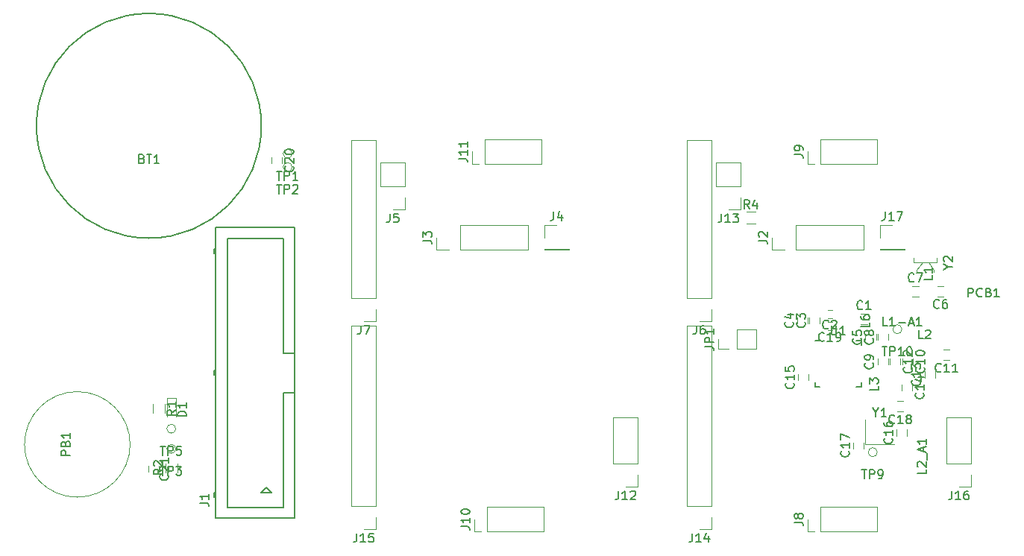
<source format=gbr>
G04 #@! TF.FileFunction,Legend,Top*
%FSLAX46Y46*%
G04 Gerber Fmt 4.6, Leading zero omitted, Abs format (unit mm)*
G04 Created by KiCad (PCBNEW 4.0.5) date 03/29/17 17:32:54*
%MOMM*%
%LPD*%
G01*
G04 APERTURE LIST*
%ADD10C,0.100000*%
%ADD11C,0.150000*%
%ADD12C,0.120000*%
%ADD13C,0.025400*%
G04 APERTURE END LIST*
D10*
D11*
X69151342Y-109093000D02*
G75*
G03X69151342Y-109093000I-12763342J0D01*
G01*
D12*
X123174000Y-134470000D02*
X125294000Y-134470000D01*
X125294000Y-134470000D02*
X125294000Y-132230000D01*
X125294000Y-132230000D02*
X123174000Y-132230000D01*
X123174000Y-132230000D02*
X123174000Y-134470000D01*
X122174000Y-134470000D02*
X121054000Y-134470000D01*
X121054000Y-134470000D02*
X121054000Y-133350000D01*
X143030500Y-138461000D02*
X143030500Y-139161000D01*
X141830500Y-139161000D02*
X141830500Y-138461000D01*
X137216400Y-130413200D02*
X137916400Y-130413200D01*
X137916400Y-131613200D02*
X137216400Y-131613200D01*
X131365700Y-131553700D02*
X131365700Y-130853700D01*
X132565700Y-130853700D02*
X132565700Y-131553700D01*
X130006800Y-131553700D02*
X130006800Y-130853700D01*
X131206800Y-130853700D02*
X131206800Y-131553700D01*
X139100000Y-133446000D02*
X139100000Y-132746000D01*
X140300000Y-132746000D02*
X140300000Y-133446000D01*
X139100000Y-136240000D02*
X139100000Y-135540000D01*
X140300000Y-135540000D02*
X140300000Y-136240000D01*
X143094000Y-135540000D02*
X143094000Y-136240000D01*
X141894000Y-136240000D02*
X141894000Y-135540000D01*
X147289000Y-135728000D02*
X146589000Y-135728000D01*
X146589000Y-134528000D02*
X147289000Y-134528000D01*
X141697000Y-135540000D02*
X141697000Y-136240000D01*
X140497000Y-136240000D02*
X140497000Y-135540000D01*
X144434000Y-137700500D02*
X144434000Y-137000500D01*
X145634000Y-137000500D02*
X145634000Y-137700500D01*
X130083000Y-138018000D02*
X130083000Y-137318000D01*
X131283000Y-137318000D02*
X131283000Y-138018000D01*
X141259000Y-144304500D02*
X141259000Y-143604500D01*
X142459000Y-143604500D02*
X142459000Y-144304500D01*
X136369500Y-145765000D02*
X136369500Y-145065000D01*
X137569500Y-145065000D02*
X137569500Y-145765000D01*
X142018500Y-141570000D02*
X141318500Y-141570000D01*
X141318500Y-140370000D02*
X142018500Y-140370000D01*
D11*
X137245000Y-133519000D02*
X137245000Y-134044000D01*
X131995000Y-138769000D02*
X131995000Y-138244000D01*
X137245000Y-138769000D02*
X137245000Y-138244000D01*
X131995000Y-133519000D02*
X132520000Y-133519000D01*
X131995000Y-138769000D02*
X132520000Y-138769000D01*
X137245000Y-138769000D02*
X136720000Y-138769000D01*
X137245000Y-133519000D02*
X136720000Y-133519000D01*
D13*
X59436000Y-145796000D02*
G75*
G03X59436000Y-145796000I-508000J0D01*
G01*
D12*
X57496000Y-147732000D02*
X57496000Y-148432000D01*
X56296000Y-148432000D02*
X56296000Y-147732000D01*
D11*
X72923000Y-153660000D02*
X63983000Y-153660000D01*
X63983000Y-153660000D02*
X63983000Y-120660000D01*
X63983000Y-120660000D02*
X72923000Y-120660000D01*
X72923000Y-120660000D02*
X72923000Y-153660000D01*
X72923000Y-139385000D02*
X71623000Y-139385000D01*
X71623000Y-139385000D02*
X71623000Y-152460000D01*
X71623000Y-152460000D02*
X65283000Y-152460000D01*
X65283000Y-152460000D02*
X65283000Y-121860000D01*
X65283000Y-121860000D02*
X71623000Y-121860000D01*
X71623000Y-121860000D02*
X71623000Y-134935000D01*
X71623000Y-134935000D02*
X72923000Y-134935000D01*
X63983000Y-137410000D02*
X63783000Y-137410000D01*
X63783000Y-137410000D02*
X63783000Y-136910000D01*
X63783000Y-136910000D02*
X63983000Y-136910000D01*
X63883000Y-137410000D02*
X63883000Y-136910000D01*
X63983000Y-123580000D02*
X63783000Y-123580000D01*
X63783000Y-123580000D02*
X63783000Y-123080000D01*
X63783000Y-123080000D02*
X63983000Y-123080000D01*
X63883000Y-123580000D02*
X63883000Y-123080000D01*
X63983000Y-151240000D02*
X63783000Y-151240000D01*
X63783000Y-151240000D02*
X63783000Y-150740000D01*
X63783000Y-150740000D02*
X63983000Y-150740000D01*
X63883000Y-151240000D02*
X63883000Y-150740000D01*
X70323000Y-150790000D02*
X69123000Y-150790000D01*
X69123000Y-150790000D02*
X69723000Y-150190000D01*
X69723000Y-150190000D02*
X70323000Y-150790000D01*
D12*
X132588000Y-155187000D02*
X139058000Y-155187000D01*
X139058000Y-155187000D02*
X139058000Y-152407000D01*
X139058000Y-152407000D02*
X132588000Y-152407000D01*
X132588000Y-152407000D02*
X132588000Y-155187000D01*
X131953000Y-155187000D02*
X131198000Y-155187000D01*
X131198000Y-155187000D02*
X131198000Y-153797000D01*
X132588000Y-113404000D02*
X139058000Y-113404000D01*
X139058000Y-113404000D02*
X139058000Y-110624000D01*
X139058000Y-110624000D02*
X132588000Y-110624000D01*
X132588000Y-110624000D02*
X132588000Y-113404000D01*
X131953000Y-113404000D02*
X131198000Y-113404000D01*
X131198000Y-113404000D02*
X131198000Y-112014000D01*
X94742000Y-155187000D02*
X101212000Y-155187000D01*
X101212000Y-155187000D02*
X101212000Y-152407000D01*
X101212000Y-152407000D02*
X94742000Y-152407000D01*
X94742000Y-152407000D02*
X94742000Y-155187000D01*
X94107000Y-155187000D02*
X93352000Y-155187000D01*
X93352000Y-155187000D02*
X93352000Y-153797000D01*
X94488000Y-113404000D02*
X100958000Y-113404000D01*
X100958000Y-113404000D02*
X100958000Y-110624000D01*
X100958000Y-110624000D02*
X94488000Y-110624000D01*
X94488000Y-110624000D02*
X94488000Y-113404000D01*
X93853000Y-113404000D02*
X93098000Y-113404000D01*
X93098000Y-113404000D02*
X93098000Y-112014000D01*
D13*
X72644000Y-112268000D02*
G75*
G03X72644000Y-112268000I-508000J0D01*
G01*
X72644000Y-113792000D02*
G75*
G03X72644000Y-113792000I-508000J0D01*
G01*
X141859000Y-132207000D02*
G75*
G03X141859000Y-132207000I-508000J0D01*
G01*
D12*
X137732500Y-142491000D02*
X137732500Y-145291000D01*
X137732500Y-145291000D02*
X141032500Y-145291000D01*
X133430200Y-130924400D02*
X133930200Y-130924400D01*
X133930200Y-129984400D02*
X133430200Y-129984400D01*
X146615900Y-128476300D02*
X145915900Y-128476300D01*
X145915900Y-127276300D02*
X146615900Y-127276300D01*
X143058400Y-127276300D02*
X143758400Y-127276300D01*
X143758400Y-128476300D02*
X143058400Y-128476300D01*
X133430200Y-132321400D02*
X133930200Y-132321400D01*
X133930200Y-131381400D02*
X133430200Y-131381400D01*
X71466000Y-112680000D02*
X71466000Y-113380000D01*
X70266000Y-113380000D02*
X70266000Y-112680000D01*
X59428000Y-140051000D02*
X58428000Y-140051000D01*
X58428000Y-140051000D02*
X58428000Y-142151000D01*
X59428000Y-140051000D02*
X59428000Y-142151000D01*
D13*
X54254413Y-145288000D02*
G75*
G03X54254413Y-145288000I-5994413J0D01*
G01*
D12*
X56851000Y-141724000D02*
X56851000Y-140724000D01*
X58211000Y-140724000D02*
X58211000Y-141724000D01*
X59608000Y-147455000D02*
X59608000Y-148455000D01*
X58248000Y-148455000D02*
X58248000Y-147455000D01*
X125214000Y-120187000D02*
X124214000Y-120187000D01*
X124214000Y-118827000D02*
X125214000Y-118827000D01*
D13*
X139065000Y-146177000D02*
G75*
G03X139065000Y-146177000I-508000J0D01*
G01*
D12*
X145828500Y-124077700D02*
X145828500Y-124577700D01*
X145828500Y-124577700D02*
X143228500Y-124577700D01*
X143228500Y-124577700D02*
X143228500Y-124077700D01*
X144878500Y-124577700D02*
X145478500Y-125477700D01*
X145478500Y-125477700D02*
X145478500Y-125677700D01*
X144178500Y-124577700D02*
X143578500Y-125477700D01*
X143578500Y-125477700D02*
X143578500Y-125677700D01*
X137728400Y-133446000D02*
X137728400Y-132746000D01*
X138928400Y-132746000D02*
X138928400Y-133446000D01*
X129794000Y-123183000D02*
X137534000Y-123183000D01*
X137534000Y-123183000D02*
X137534000Y-120403000D01*
X137534000Y-120403000D02*
X129794000Y-120403000D01*
X129794000Y-120403000D02*
X129794000Y-123183000D01*
X128524000Y-123183000D02*
X127134000Y-123183000D01*
X127134000Y-123183000D02*
X127134000Y-121793000D01*
X91694000Y-123183000D02*
X99434000Y-123183000D01*
X99434000Y-123183000D02*
X99434000Y-120403000D01*
X99434000Y-120403000D02*
X91694000Y-120403000D01*
X91694000Y-120403000D02*
X91694000Y-123183000D01*
X90424000Y-123183000D02*
X89034000Y-123183000D01*
X89034000Y-123183000D02*
X89034000Y-121793000D01*
X101289500Y-123063000D02*
X101289500Y-123183000D01*
X101289500Y-123183000D02*
X104069500Y-123183000D01*
X104069500Y-123183000D02*
X104069500Y-123063000D01*
X104069500Y-123063000D02*
X101289500Y-123063000D01*
X101289500Y-121793000D02*
X101289500Y-120403000D01*
X101289500Y-120403000D02*
X102679500Y-120403000D01*
X85464000Y-115951000D02*
X85464000Y-113291000D01*
X85464000Y-113291000D02*
X82684000Y-113291000D01*
X82684000Y-113291000D02*
X82684000Y-115951000D01*
X82684000Y-115951000D02*
X85464000Y-115951000D01*
X85464000Y-117221000D02*
X85464000Y-118611000D01*
X85464000Y-118611000D02*
X84074000Y-118611000D01*
X120262000Y-128651000D02*
X120262000Y-110751000D01*
X120262000Y-110751000D02*
X117482000Y-110751000D01*
X117482000Y-110751000D02*
X117482000Y-128651000D01*
X117482000Y-128651000D02*
X120262000Y-128651000D01*
X120262000Y-129921000D02*
X120262000Y-131311000D01*
X120262000Y-131311000D02*
X118872000Y-131311000D01*
X82162000Y-128651000D02*
X82162000Y-110751000D01*
X82162000Y-110751000D02*
X79382000Y-110751000D01*
X79382000Y-110751000D02*
X79382000Y-128651000D01*
X79382000Y-128651000D02*
X82162000Y-128651000D01*
X82162000Y-129921000D02*
X82162000Y-131311000D01*
X82162000Y-131311000D02*
X80772000Y-131311000D01*
X111880000Y-147447000D02*
X111880000Y-142247000D01*
X111880000Y-142247000D02*
X109100000Y-142247000D01*
X109100000Y-142247000D02*
X109100000Y-147447000D01*
X109100000Y-147447000D02*
X111880000Y-147447000D01*
X111880000Y-148717000D02*
X111880000Y-150107000D01*
X111880000Y-150107000D02*
X110490000Y-150107000D01*
X123564000Y-115951000D02*
X123564000Y-113291000D01*
X123564000Y-113291000D02*
X120784000Y-113291000D01*
X120784000Y-113291000D02*
X120784000Y-115951000D01*
X120784000Y-115951000D02*
X123564000Y-115951000D01*
X123564000Y-117221000D02*
X123564000Y-118611000D01*
X123564000Y-118611000D02*
X122174000Y-118611000D01*
X120262000Y-152273000D02*
X120262000Y-131833000D01*
X120262000Y-131833000D02*
X117482000Y-131833000D01*
X117482000Y-131833000D02*
X117482000Y-152273000D01*
X117482000Y-152273000D02*
X120262000Y-152273000D01*
X120262000Y-153543000D02*
X120262000Y-154933000D01*
X120262000Y-154933000D02*
X118872000Y-154933000D01*
X82162000Y-152273000D02*
X82162000Y-131833000D01*
X82162000Y-131833000D02*
X79382000Y-131833000D01*
X79382000Y-131833000D02*
X79382000Y-152273000D01*
X79382000Y-152273000D02*
X82162000Y-152273000D01*
X82162000Y-153543000D02*
X82162000Y-154933000D01*
X82162000Y-154933000D02*
X80772000Y-154933000D01*
X149726000Y-147447000D02*
X149726000Y-142247000D01*
X149726000Y-142247000D02*
X146946000Y-142247000D01*
X146946000Y-142247000D02*
X146946000Y-147447000D01*
X146946000Y-147447000D02*
X149726000Y-147447000D01*
X149726000Y-148717000D02*
X149726000Y-150107000D01*
X149726000Y-150107000D02*
X148336000Y-150107000D01*
X139389500Y-123063000D02*
X139389500Y-123183000D01*
X139389500Y-123183000D02*
X142169500Y-123183000D01*
X142169500Y-123183000D02*
X142169500Y-123063000D01*
X142169500Y-123063000D02*
X139389500Y-123063000D01*
X139389500Y-121793000D02*
X139389500Y-120403000D01*
X139389500Y-120403000D02*
X140779500Y-120403000D01*
D13*
X59436000Y-143510000D02*
G75*
G03X59436000Y-143510000I-508000J0D01*
G01*
D11*
X55602286Y-112831571D02*
X55745143Y-112879190D01*
X55792762Y-112926810D01*
X55840381Y-113022048D01*
X55840381Y-113164905D01*
X55792762Y-113260143D01*
X55745143Y-113307762D01*
X55649905Y-113355381D01*
X55268952Y-113355381D01*
X55268952Y-112355381D01*
X55602286Y-112355381D01*
X55697524Y-112403000D01*
X55745143Y-112450619D01*
X55792762Y-112545857D01*
X55792762Y-112641095D01*
X55745143Y-112736333D01*
X55697524Y-112783952D01*
X55602286Y-112831571D01*
X55268952Y-112831571D01*
X56126095Y-112355381D02*
X56697524Y-112355381D01*
X56411809Y-113355381D02*
X56411809Y-112355381D01*
X57554667Y-113355381D02*
X56983238Y-113355381D01*
X57268952Y-113355381D02*
X57268952Y-112355381D01*
X57173714Y-112498238D01*
X57078476Y-112593476D01*
X56983238Y-112641095D01*
X119506381Y-134183333D02*
X120220667Y-134183333D01*
X120363524Y-134230953D01*
X120458762Y-134326191D01*
X120506381Y-134469048D01*
X120506381Y-134564286D01*
X120506381Y-133707143D02*
X119506381Y-133707143D01*
X119506381Y-133326190D01*
X119554000Y-133230952D01*
X119601619Y-133183333D01*
X119696857Y-133135714D01*
X119839714Y-133135714D01*
X119934952Y-133183333D01*
X119982571Y-133230952D01*
X120030190Y-133326190D01*
X120030190Y-133707143D01*
X120506381Y-132183333D02*
X120506381Y-132754762D01*
X120506381Y-132469048D02*
X119506381Y-132469048D01*
X119649238Y-132564286D01*
X119744476Y-132659524D01*
X119792095Y-132754762D01*
X144287643Y-139453857D02*
X144335262Y-139501476D01*
X144382881Y-139644333D01*
X144382881Y-139739571D01*
X144335262Y-139882429D01*
X144240024Y-139977667D01*
X144144786Y-140025286D01*
X143954310Y-140072905D01*
X143811452Y-140072905D01*
X143620976Y-140025286D01*
X143525738Y-139977667D01*
X143430500Y-139882429D01*
X143382881Y-139739571D01*
X143382881Y-139644333D01*
X143430500Y-139501476D01*
X143478119Y-139453857D01*
X144382881Y-138501476D02*
X144382881Y-139072905D01*
X144382881Y-138787191D02*
X143382881Y-138787191D01*
X143525738Y-138882429D01*
X143620976Y-138977667D01*
X143668595Y-139072905D01*
X143716214Y-137644333D02*
X144382881Y-137644333D01*
X143335262Y-137882429D02*
X144049548Y-138120524D01*
X144049548Y-137501476D01*
X137399734Y-129870343D02*
X137352115Y-129917962D01*
X137209258Y-129965581D01*
X137114020Y-129965581D01*
X136971162Y-129917962D01*
X136875924Y-129822724D01*
X136828305Y-129727486D01*
X136780686Y-129537010D01*
X136780686Y-129394152D01*
X136828305Y-129203676D01*
X136875924Y-129108438D01*
X136971162Y-129013200D01*
X137114020Y-128965581D01*
X137209258Y-128965581D01*
X137352115Y-129013200D01*
X137399734Y-129060819D01*
X138352115Y-129965581D02*
X137780686Y-129965581D01*
X138066400Y-129965581D02*
X138066400Y-128965581D01*
X137971162Y-129108438D01*
X137875924Y-129203676D01*
X137780686Y-129251295D01*
X130822843Y-131370366D02*
X130870462Y-131417985D01*
X130918081Y-131560842D01*
X130918081Y-131656080D01*
X130870462Y-131798938D01*
X130775224Y-131894176D01*
X130679986Y-131941795D01*
X130489510Y-131989414D01*
X130346652Y-131989414D01*
X130156176Y-131941795D01*
X130060938Y-131894176D01*
X129965700Y-131798938D01*
X129918081Y-131656080D01*
X129918081Y-131560842D01*
X129965700Y-131417985D01*
X130013319Y-131370366D01*
X129918081Y-131037033D02*
X129918081Y-130417985D01*
X130299033Y-130751319D01*
X130299033Y-130608461D01*
X130346652Y-130513223D01*
X130394271Y-130465604D01*
X130489510Y-130417985D01*
X130727605Y-130417985D01*
X130822843Y-130465604D01*
X130870462Y-130513223D01*
X130918081Y-130608461D01*
X130918081Y-130894176D01*
X130870462Y-130989414D01*
X130822843Y-131037033D01*
X129463943Y-131370366D02*
X129511562Y-131417985D01*
X129559181Y-131560842D01*
X129559181Y-131656080D01*
X129511562Y-131798938D01*
X129416324Y-131894176D01*
X129321086Y-131941795D01*
X129130610Y-131989414D01*
X128987752Y-131989414D01*
X128797276Y-131941795D01*
X128702038Y-131894176D01*
X128606800Y-131798938D01*
X128559181Y-131656080D01*
X128559181Y-131560842D01*
X128606800Y-131417985D01*
X128654419Y-131370366D01*
X128892514Y-130513223D02*
X129559181Y-130513223D01*
X128511562Y-130751319D02*
X129225848Y-130989414D01*
X129225848Y-130370366D01*
X138557143Y-133262666D02*
X138604762Y-133310285D01*
X138652381Y-133453142D01*
X138652381Y-133548380D01*
X138604762Y-133691238D01*
X138509524Y-133786476D01*
X138414286Y-133834095D01*
X138223810Y-133881714D01*
X138080952Y-133881714D01*
X137890476Y-133834095D01*
X137795238Y-133786476D01*
X137700000Y-133691238D01*
X137652381Y-133548380D01*
X137652381Y-133453142D01*
X137700000Y-133310285D01*
X137747619Y-133262666D01*
X138080952Y-132691238D02*
X138033333Y-132786476D01*
X137985714Y-132834095D01*
X137890476Y-132881714D01*
X137842857Y-132881714D01*
X137747619Y-132834095D01*
X137700000Y-132786476D01*
X137652381Y-132691238D01*
X137652381Y-132500761D01*
X137700000Y-132405523D01*
X137747619Y-132357904D01*
X137842857Y-132310285D01*
X137890476Y-132310285D01*
X137985714Y-132357904D01*
X138033333Y-132405523D01*
X138080952Y-132500761D01*
X138080952Y-132691238D01*
X138128571Y-132786476D01*
X138176190Y-132834095D01*
X138271429Y-132881714D01*
X138461905Y-132881714D01*
X138557143Y-132834095D01*
X138604762Y-132786476D01*
X138652381Y-132691238D01*
X138652381Y-132500761D01*
X138604762Y-132405523D01*
X138557143Y-132357904D01*
X138461905Y-132310285D01*
X138271429Y-132310285D01*
X138176190Y-132357904D01*
X138128571Y-132405523D01*
X138080952Y-132500761D01*
X138557143Y-136056666D02*
X138604762Y-136104285D01*
X138652381Y-136247142D01*
X138652381Y-136342380D01*
X138604762Y-136485238D01*
X138509524Y-136580476D01*
X138414286Y-136628095D01*
X138223810Y-136675714D01*
X138080952Y-136675714D01*
X137890476Y-136628095D01*
X137795238Y-136580476D01*
X137700000Y-136485238D01*
X137652381Y-136342380D01*
X137652381Y-136247142D01*
X137700000Y-136104285D01*
X137747619Y-136056666D01*
X138652381Y-135580476D02*
X138652381Y-135390000D01*
X138604762Y-135294761D01*
X138557143Y-135247142D01*
X138414286Y-135151904D01*
X138223810Y-135104285D01*
X137842857Y-135104285D01*
X137747619Y-135151904D01*
X137700000Y-135199523D01*
X137652381Y-135294761D01*
X137652381Y-135485238D01*
X137700000Y-135580476D01*
X137747619Y-135628095D01*
X137842857Y-135675714D01*
X138080952Y-135675714D01*
X138176190Y-135628095D01*
X138223810Y-135580476D01*
X138271429Y-135485238D01*
X138271429Y-135294761D01*
X138223810Y-135199523D01*
X138176190Y-135151904D01*
X138080952Y-135104285D01*
X144351143Y-136532857D02*
X144398762Y-136580476D01*
X144446381Y-136723333D01*
X144446381Y-136818571D01*
X144398762Y-136961429D01*
X144303524Y-137056667D01*
X144208286Y-137104286D01*
X144017810Y-137151905D01*
X143874952Y-137151905D01*
X143684476Y-137104286D01*
X143589238Y-137056667D01*
X143494000Y-136961429D01*
X143446381Y-136818571D01*
X143446381Y-136723333D01*
X143494000Y-136580476D01*
X143541619Y-136532857D01*
X144446381Y-135580476D02*
X144446381Y-136151905D01*
X144446381Y-135866191D02*
X143446381Y-135866191D01*
X143589238Y-135961429D01*
X143684476Y-136056667D01*
X143732095Y-136151905D01*
X143446381Y-134961429D02*
X143446381Y-134866190D01*
X143494000Y-134770952D01*
X143541619Y-134723333D01*
X143636857Y-134675714D01*
X143827333Y-134628095D01*
X144065429Y-134628095D01*
X144255905Y-134675714D01*
X144351143Y-134723333D01*
X144398762Y-134770952D01*
X144446381Y-134866190D01*
X144446381Y-134961429D01*
X144398762Y-135056667D01*
X144351143Y-135104286D01*
X144255905Y-135151905D01*
X144065429Y-135199524D01*
X143827333Y-135199524D01*
X143636857Y-135151905D01*
X143541619Y-135104286D01*
X143494000Y-135056667D01*
X143446381Y-134961429D01*
X146296143Y-136985143D02*
X146248524Y-137032762D01*
X146105667Y-137080381D01*
X146010429Y-137080381D01*
X145867571Y-137032762D01*
X145772333Y-136937524D01*
X145724714Y-136842286D01*
X145677095Y-136651810D01*
X145677095Y-136508952D01*
X145724714Y-136318476D01*
X145772333Y-136223238D01*
X145867571Y-136128000D01*
X146010429Y-136080381D01*
X146105667Y-136080381D01*
X146248524Y-136128000D01*
X146296143Y-136175619D01*
X147248524Y-137080381D02*
X146677095Y-137080381D01*
X146962809Y-137080381D02*
X146962809Y-136080381D01*
X146867571Y-136223238D01*
X146772333Y-136318476D01*
X146677095Y-136366095D01*
X148200905Y-137080381D02*
X147629476Y-137080381D01*
X147915190Y-137080381D02*
X147915190Y-136080381D01*
X147819952Y-136223238D01*
X147724714Y-136318476D01*
X147629476Y-136366095D01*
X142954143Y-136532857D02*
X143001762Y-136580476D01*
X143049381Y-136723333D01*
X143049381Y-136818571D01*
X143001762Y-136961429D01*
X142906524Y-137056667D01*
X142811286Y-137104286D01*
X142620810Y-137151905D01*
X142477952Y-137151905D01*
X142287476Y-137104286D01*
X142192238Y-137056667D01*
X142097000Y-136961429D01*
X142049381Y-136818571D01*
X142049381Y-136723333D01*
X142097000Y-136580476D01*
X142144619Y-136532857D01*
X143049381Y-135580476D02*
X143049381Y-136151905D01*
X143049381Y-135866191D02*
X142049381Y-135866191D01*
X142192238Y-135961429D01*
X142287476Y-136056667D01*
X142335095Y-136151905D01*
X142144619Y-135199524D02*
X142097000Y-135151905D01*
X142049381Y-135056667D01*
X142049381Y-134818571D01*
X142097000Y-134723333D01*
X142144619Y-134675714D01*
X142239857Y-134628095D01*
X142335095Y-134628095D01*
X142477952Y-134675714D01*
X143049381Y-135247143D01*
X143049381Y-134628095D01*
X143891143Y-137993357D02*
X143938762Y-138040976D01*
X143986381Y-138183833D01*
X143986381Y-138279071D01*
X143938762Y-138421929D01*
X143843524Y-138517167D01*
X143748286Y-138564786D01*
X143557810Y-138612405D01*
X143414952Y-138612405D01*
X143224476Y-138564786D01*
X143129238Y-138517167D01*
X143034000Y-138421929D01*
X142986381Y-138279071D01*
X142986381Y-138183833D01*
X143034000Y-138040976D01*
X143081619Y-137993357D01*
X143986381Y-137040976D02*
X143986381Y-137612405D01*
X143986381Y-137326691D02*
X142986381Y-137326691D01*
X143129238Y-137421929D01*
X143224476Y-137517167D01*
X143272095Y-137612405D01*
X142986381Y-136707643D02*
X142986381Y-136088595D01*
X143367333Y-136421929D01*
X143367333Y-136279071D01*
X143414952Y-136183833D01*
X143462571Y-136136214D01*
X143557810Y-136088595D01*
X143795905Y-136088595D01*
X143891143Y-136136214D01*
X143938762Y-136183833D01*
X143986381Y-136279071D01*
X143986381Y-136564786D01*
X143938762Y-136660024D01*
X143891143Y-136707643D01*
X129540143Y-138310857D02*
X129587762Y-138358476D01*
X129635381Y-138501333D01*
X129635381Y-138596571D01*
X129587762Y-138739429D01*
X129492524Y-138834667D01*
X129397286Y-138882286D01*
X129206810Y-138929905D01*
X129063952Y-138929905D01*
X128873476Y-138882286D01*
X128778238Y-138834667D01*
X128683000Y-138739429D01*
X128635381Y-138596571D01*
X128635381Y-138501333D01*
X128683000Y-138358476D01*
X128730619Y-138310857D01*
X129635381Y-137358476D02*
X129635381Y-137929905D01*
X129635381Y-137644191D02*
X128635381Y-137644191D01*
X128778238Y-137739429D01*
X128873476Y-137834667D01*
X128921095Y-137929905D01*
X128635381Y-136453714D02*
X128635381Y-136929905D01*
X129111571Y-136977524D01*
X129063952Y-136929905D01*
X129016333Y-136834667D01*
X129016333Y-136596571D01*
X129063952Y-136501333D01*
X129111571Y-136453714D01*
X129206810Y-136406095D01*
X129444905Y-136406095D01*
X129540143Y-136453714D01*
X129587762Y-136501333D01*
X129635381Y-136596571D01*
X129635381Y-136834667D01*
X129587762Y-136929905D01*
X129540143Y-136977524D01*
X140716143Y-144597357D02*
X140763762Y-144644976D01*
X140811381Y-144787833D01*
X140811381Y-144883071D01*
X140763762Y-145025929D01*
X140668524Y-145121167D01*
X140573286Y-145168786D01*
X140382810Y-145216405D01*
X140239952Y-145216405D01*
X140049476Y-145168786D01*
X139954238Y-145121167D01*
X139859000Y-145025929D01*
X139811381Y-144883071D01*
X139811381Y-144787833D01*
X139859000Y-144644976D01*
X139906619Y-144597357D01*
X140811381Y-143644976D02*
X140811381Y-144216405D01*
X140811381Y-143930691D02*
X139811381Y-143930691D01*
X139954238Y-144025929D01*
X140049476Y-144121167D01*
X140097095Y-144216405D01*
X139811381Y-142787833D02*
X139811381Y-142978310D01*
X139859000Y-143073548D01*
X139906619Y-143121167D01*
X140049476Y-143216405D01*
X140239952Y-143264024D01*
X140620905Y-143264024D01*
X140716143Y-143216405D01*
X140763762Y-143168786D01*
X140811381Y-143073548D01*
X140811381Y-142883071D01*
X140763762Y-142787833D01*
X140716143Y-142740214D01*
X140620905Y-142692595D01*
X140382810Y-142692595D01*
X140287571Y-142740214D01*
X140239952Y-142787833D01*
X140192333Y-142883071D01*
X140192333Y-143073548D01*
X140239952Y-143168786D01*
X140287571Y-143216405D01*
X140382810Y-143264024D01*
X135826643Y-146057857D02*
X135874262Y-146105476D01*
X135921881Y-146248333D01*
X135921881Y-146343571D01*
X135874262Y-146486429D01*
X135779024Y-146581667D01*
X135683786Y-146629286D01*
X135493310Y-146676905D01*
X135350452Y-146676905D01*
X135159976Y-146629286D01*
X135064738Y-146581667D01*
X134969500Y-146486429D01*
X134921881Y-146343571D01*
X134921881Y-146248333D01*
X134969500Y-146105476D01*
X135017119Y-146057857D01*
X135921881Y-145105476D02*
X135921881Y-145676905D01*
X135921881Y-145391191D02*
X134921881Y-145391191D01*
X135064738Y-145486429D01*
X135159976Y-145581667D01*
X135207595Y-145676905D01*
X134921881Y-144772143D02*
X134921881Y-144105476D01*
X135921881Y-144534048D01*
X141025643Y-142827143D02*
X140978024Y-142874762D01*
X140835167Y-142922381D01*
X140739929Y-142922381D01*
X140597071Y-142874762D01*
X140501833Y-142779524D01*
X140454214Y-142684286D01*
X140406595Y-142493810D01*
X140406595Y-142350952D01*
X140454214Y-142160476D01*
X140501833Y-142065238D01*
X140597071Y-141970000D01*
X140739929Y-141922381D01*
X140835167Y-141922381D01*
X140978024Y-141970000D01*
X141025643Y-142017619D01*
X141978024Y-142922381D02*
X141406595Y-142922381D01*
X141692309Y-142922381D02*
X141692309Y-141922381D01*
X141597071Y-142065238D01*
X141501833Y-142160476D01*
X141406595Y-142208095D01*
X142549452Y-142350952D02*
X142454214Y-142303333D01*
X142406595Y-142255714D01*
X142358976Y-142160476D01*
X142358976Y-142112857D01*
X142406595Y-142017619D01*
X142454214Y-141970000D01*
X142549452Y-141922381D01*
X142739929Y-141922381D01*
X142835167Y-141970000D01*
X142882786Y-142017619D01*
X142930405Y-142112857D01*
X142930405Y-142160476D01*
X142882786Y-142255714D01*
X142835167Y-142303333D01*
X142739929Y-142350952D01*
X142549452Y-142350952D01*
X142454214Y-142398571D01*
X142406595Y-142446190D01*
X142358976Y-142541429D01*
X142358976Y-142731905D01*
X142406595Y-142827143D01*
X142454214Y-142874762D01*
X142549452Y-142922381D01*
X142739929Y-142922381D01*
X142835167Y-142874762D01*
X142882786Y-142827143D01*
X142930405Y-142731905D01*
X142930405Y-142541429D01*
X142882786Y-142446190D01*
X142835167Y-142398571D01*
X142739929Y-142350952D01*
X133858095Y-131846381D02*
X133858095Y-132655905D01*
X133905714Y-132751143D01*
X133953333Y-132798762D01*
X134048571Y-132846381D01*
X134239048Y-132846381D01*
X134334286Y-132798762D01*
X134381905Y-132751143D01*
X134429524Y-132655905D01*
X134429524Y-131846381D01*
X135429524Y-132846381D02*
X134858095Y-132846381D01*
X135143809Y-132846381D02*
X135143809Y-131846381D01*
X135048571Y-131989238D01*
X134953333Y-132084476D01*
X134858095Y-132132095D01*
X57666095Y-147788381D02*
X58237524Y-147788381D01*
X57951809Y-148788381D02*
X57951809Y-147788381D01*
X58570857Y-148788381D02*
X58570857Y-147788381D01*
X58951810Y-147788381D01*
X59047048Y-147836000D01*
X59094667Y-147883619D01*
X59142286Y-147978857D01*
X59142286Y-148121714D01*
X59094667Y-148216952D01*
X59047048Y-148264571D01*
X58951810Y-148312190D01*
X58570857Y-148312190D01*
X59475619Y-147788381D02*
X60094667Y-147788381D01*
X59761333Y-148169333D01*
X59904191Y-148169333D01*
X59999429Y-148216952D01*
X60047048Y-148264571D01*
X60094667Y-148359810D01*
X60094667Y-148597905D01*
X60047048Y-148693143D01*
X59999429Y-148740762D01*
X59904191Y-148788381D01*
X59618476Y-148788381D01*
X59523238Y-148740762D01*
X59475619Y-148693143D01*
X58503143Y-148724857D02*
X58550762Y-148772476D01*
X58598381Y-148915333D01*
X58598381Y-149010571D01*
X58550762Y-149153429D01*
X58455524Y-149248667D01*
X58360286Y-149296286D01*
X58169810Y-149343905D01*
X58026952Y-149343905D01*
X57836476Y-149296286D01*
X57741238Y-149248667D01*
X57646000Y-149153429D01*
X57598381Y-149010571D01*
X57598381Y-148915333D01*
X57646000Y-148772476D01*
X57693619Y-148724857D01*
X57693619Y-148343905D02*
X57646000Y-148296286D01*
X57598381Y-148201048D01*
X57598381Y-147962952D01*
X57646000Y-147867714D01*
X57693619Y-147820095D01*
X57788857Y-147772476D01*
X57884095Y-147772476D01*
X58026952Y-147820095D01*
X58598381Y-148391524D01*
X58598381Y-147772476D01*
X58598381Y-146820095D02*
X58598381Y-147391524D01*
X58598381Y-147105810D02*
X57598381Y-147105810D01*
X57741238Y-147201048D01*
X57836476Y-147296286D01*
X57884095Y-147391524D01*
X62175381Y-151923333D02*
X62889667Y-151923333D01*
X63032524Y-151970953D01*
X63127762Y-152066191D01*
X63175381Y-152209048D01*
X63175381Y-152304286D01*
X63175381Y-150923333D02*
X63175381Y-151494762D01*
X63175381Y-151209048D02*
X62175381Y-151209048D01*
X62318238Y-151304286D01*
X62413476Y-151399524D01*
X62461095Y-151494762D01*
X140204084Y-131818641D02*
X139727893Y-131818641D01*
X139727893Y-130818641D01*
X141061227Y-131818641D02*
X140489798Y-131818641D01*
X140775512Y-131818641D02*
X140775512Y-130818641D01*
X140680274Y-130961498D01*
X140585036Y-131056736D01*
X140489798Y-131104355D01*
X141489798Y-131437689D02*
X142251703Y-131437689D01*
X142680274Y-131532927D02*
X143156465Y-131532927D01*
X142585036Y-131818641D02*
X142918369Y-130818641D01*
X143251703Y-131818641D01*
X144108846Y-131818641D02*
X143537417Y-131818641D01*
X143823131Y-131818641D02*
X143823131Y-130818641D01*
X143727893Y-130961498D01*
X143632655Y-131056736D01*
X143537417Y-131104355D01*
X129650381Y-154130333D02*
X130364667Y-154130333D01*
X130507524Y-154177953D01*
X130602762Y-154273191D01*
X130650381Y-154416048D01*
X130650381Y-154511286D01*
X130078952Y-153511286D02*
X130031333Y-153606524D01*
X129983714Y-153654143D01*
X129888476Y-153701762D01*
X129840857Y-153701762D01*
X129745619Y-153654143D01*
X129698000Y-153606524D01*
X129650381Y-153511286D01*
X129650381Y-153320809D01*
X129698000Y-153225571D01*
X129745619Y-153177952D01*
X129840857Y-153130333D01*
X129888476Y-153130333D01*
X129983714Y-153177952D01*
X130031333Y-153225571D01*
X130078952Y-153320809D01*
X130078952Y-153511286D01*
X130126571Y-153606524D01*
X130174190Y-153654143D01*
X130269429Y-153701762D01*
X130459905Y-153701762D01*
X130555143Y-153654143D01*
X130602762Y-153606524D01*
X130650381Y-153511286D01*
X130650381Y-153320809D01*
X130602762Y-153225571D01*
X130555143Y-153177952D01*
X130459905Y-153130333D01*
X130269429Y-153130333D01*
X130174190Y-153177952D01*
X130126571Y-153225571D01*
X130078952Y-153320809D01*
X129650381Y-112347333D02*
X130364667Y-112347333D01*
X130507524Y-112394953D01*
X130602762Y-112490191D01*
X130650381Y-112633048D01*
X130650381Y-112728286D01*
X130650381Y-111823524D02*
X130650381Y-111633048D01*
X130602762Y-111537809D01*
X130555143Y-111490190D01*
X130412286Y-111394952D01*
X130221810Y-111347333D01*
X129840857Y-111347333D01*
X129745619Y-111394952D01*
X129698000Y-111442571D01*
X129650381Y-111537809D01*
X129650381Y-111728286D01*
X129698000Y-111823524D01*
X129745619Y-111871143D01*
X129840857Y-111918762D01*
X130078952Y-111918762D01*
X130174190Y-111871143D01*
X130221810Y-111823524D01*
X130269429Y-111728286D01*
X130269429Y-111537809D01*
X130221810Y-111442571D01*
X130174190Y-111394952D01*
X130078952Y-111347333D01*
X91804381Y-154606523D02*
X92518667Y-154606523D01*
X92661524Y-154654143D01*
X92756762Y-154749381D01*
X92804381Y-154892238D01*
X92804381Y-154987476D01*
X92804381Y-153606523D02*
X92804381Y-154177952D01*
X92804381Y-153892238D02*
X91804381Y-153892238D01*
X91947238Y-153987476D01*
X92042476Y-154082714D01*
X92090095Y-154177952D01*
X91804381Y-152987476D02*
X91804381Y-152892237D01*
X91852000Y-152796999D01*
X91899619Y-152749380D01*
X91994857Y-152701761D01*
X92185333Y-152654142D01*
X92423429Y-152654142D01*
X92613905Y-152701761D01*
X92709143Y-152749380D01*
X92756762Y-152796999D01*
X92804381Y-152892237D01*
X92804381Y-152987476D01*
X92756762Y-153082714D01*
X92709143Y-153130333D01*
X92613905Y-153177952D01*
X92423429Y-153225571D01*
X92185333Y-153225571D01*
X91994857Y-153177952D01*
X91899619Y-153130333D01*
X91852000Y-153082714D01*
X91804381Y-152987476D01*
X91550381Y-112823523D02*
X92264667Y-112823523D01*
X92407524Y-112871143D01*
X92502762Y-112966381D01*
X92550381Y-113109238D01*
X92550381Y-113204476D01*
X92550381Y-111823523D02*
X92550381Y-112394952D01*
X92550381Y-112109238D02*
X91550381Y-112109238D01*
X91693238Y-112204476D01*
X91788476Y-112299714D01*
X91836095Y-112394952D01*
X92550381Y-110871142D02*
X92550381Y-111442571D01*
X92550381Y-111156857D02*
X91550381Y-111156857D01*
X91693238Y-111252095D01*
X91788476Y-111347333D01*
X91836095Y-111442571D01*
X70874095Y-114260381D02*
X71445524Y-114260381D01*
X71159809Y-115260381D02*
X71159809Y-114260381D01*
X71778857Y-115260381D02*
X71778857Y-114260381D01*
X72159810Y-114260381D01*
X72255048Y-114308000D01*
X72302667Y-114355619D01*
X72350286Y-114450857D01*
X72350286Y-114593714D01*
X72302667Y-114688952D01*
X72255048Y-114736571D01*
X72159810Y-114784190D01*
X71778857Y-114784190D01*
X73302667Y-115260381D02*
X72731238Y-115260381D01*
X73016952Y-115260381D02*
X73016952Y-114260381D01*
X72921714Y-114403238D01*
X72826476Y-114498476D01*
X72731238Y-114546095D01*
X70874095Y-115784381D02*
X71445524Y-115784381D01*
X71159809Y-116784381D02*
X71159809Y-115784381D01*
X71778857Y-116784381D02*
X71778857Y-115784381D01*
X72159810Y-115784381D01*
X72255048Y-115832000D01*
X72302667Y-115879619D01*
X72350286Y-115974857D01*
X72350286Y-116117714D01*
X72302667Y-116212952D01*
X72255048Y-116260571D01*
X72159810Y-116308190D01*
X71778857Y-116308190D01*
X72731238Y-115879619D02*
X72778857Y-115832000D01*
X72874095Y-115784381D01*
X73112191Y-115784381D01*
X73207429Y-115832000D01*
X73255048Y-115879619D01*
X73302667Y-115974857D01*
X73302667Y-116070095D01*
X73255048Y-116212952D01*
X72683619Y-116784381D01*
X73302667Y-116784381D01*
X145344141Y-126051606D02*
X145344141Y-126527797D01*
X144344141Y-126527797D01*
X145344141Y-125194463D02*
X145344141Y-125765892D01*
X145344141Y-125480178D02*
X144344141Y-125480178D01*
X144486998Y-125575416D01*
X144582236Y-125670654D01*
X144629855Y-125765892D01*
X144267894Y-133279141D02*
X143791703Y-133279141D01*
X143791703Y-132279141D01*
X144553608Y-132374379D02*
X144601227Y-132326760D01*
X144696465Y-132279141D01*
X144934561Y-132279141D01*
X145029799Y-132326760D01*
X145077418Y-132374379D01*
X145125037Y-132469617D01*
X145125037Y-132564855D01*
X145077418Y-132707712D01*
X144505989Y-133279141D01*
X145125037Y-133279141D01*
X144612621Y-148109441D02*
X144612621Y-148585632D01*
X143612621Y-148585632D01*
X143707859Y-147823727D02*
X143660240Y-147776108D01*
X143612621Y-147680870D01*
X143612621Y-147442774D01*
X143660240Y-147347536D01*
X143707859Y-147299917D01*
X143803097Y-147252298D01*
X143898335Y-147252298D01*
X144041192Y-147299917D01*
X144612621Y-147871346D01*
X144612621Y-147252298D01*
X144707859Y-147061822D02*
X144707859Y-146299917D01*
X144326907Y-146109441D02*
X144326907Y-145633250D01*
X144612621Y-146204679D02*
X143612621Y-145871346D01*
X144612621Y-145538012D01*
X144612621Y-144680869D02*
X144612621Y-145252298D01*
X144612621Y-144966584D02*
X143612621Y-144966584D01*
X143755478Y-145061822D01*
X143850716Y-145157060D01*
X143898335Y-145252298D01*
X139184641Y-138624606D02*
X139184641Y-139100797D01*
X138184641Y-139100797D01*
X138184641Y-138386511D02*
X138184641Y-137767463D01*
X138565593Y-138100797D01*
X138565593Y-137957939D01*
X138613212Y-137862701D01*
X138660831Y-137815082D01*
X138756070Y-137767463D01*
X138994165Y-137767463D01*
X139089403Y-137815082D01*
X139137022Y-137862701D01*
X139184641Y-137957939D01*
X139184641Y-138243654D01*
X139137022Y-138338892D01*
X139089403Y-138386511D01*
X138186421Y-131431326D02*
X138186421Y-131907517D01*
X137186421Y-131907517D01*
X137186421Y-130669421D02*
X137186421Y-130859898D01*
X137234040Y-130955136D01*
X137281659Y-131002755D01*
X137424516Y-131097993D01*
X137614992Y-131145612D01*
X137995945Y-131145612D01*
X138091183Y-131097993D01*
X138138802Y-131050374D01*
X138186421Y-130955136D01*
X138186421Y-130764659D01*
X138138802Y-130669421D01*
X138091183Y-130621802D01*
X137995945Y-130574183D01*
X137757850Y-130574183D01*
X137662611Y-130621802D01*
X137614992Y-130669421D01*
X137567373Y-130764659D01*
X137567373Y-130955136D01*
X137614992Y-131050374D01*
X137662611Y-131097993D01*
X137757850Y-131145612D01*
X149397405Y-128533881D02*
X149397405Y-127533881D01*
X149778358Y-127533881D01*
X149873596Y-127581500D01*
X149921215Y-127629119D01*
X149968834Y-127724357D01*
X149968834Y-127867214D01*
X149921215Y-127962452D01*
X149873596Y-128010071D01*
X149778358Y-128057690D01*
X149397405Y-128057690D01*
X150968834Y-128438643D02*
X150921215Y-128486262D01*
X150778358Y-128533881D01*
X150683120Y-128533881D01*
X150540262Y-128486262D01*
X150445024Y-128391024D01*
X150397405Y-128295786D01*
X150349786Y-128105310D01*
X150349786Y-127962452D01*
X150397405Y-127771976D01*
X150445024Y-127676738D01*
X150540262Y-127581500D01*
X150683120Y-127533881D01*
X150778358Y-127533881D01*
X150921215Y-127581500D01*
X150968834Y-127629119D01*
X151730739Y-128010071D02*
X151873596Y-128057690D01*
X151921215Y-128105310D01*
X151968834Y-128200548D01*
X151968834Y-128343405D01*
X151921215Y-128438643D01*
X151873596Y-128486262D01*
X151778358Y-128533881D01*
X151397405Y-128533881D01*
X151397405Y-127533881D01*
X151730739Y-127533881D01*
X151825977Y-127581500D01*
X151873596Y-127629119D01*
X151921215Y-127724357D01*
X151921215Y-127819595D01*
X151873596Y-127914833D01*
X151825977Y-127962452D01*
X151730739Y-128010071D01*
X151397405Y-128010071D01*
X152921215Y-128533881D02*
X152349786Y-128533881D01*
X152635500Y-128533881D02*
X152635500Y-127533881D01*
X152540262Y-127676738D01*
X152445024Y-127771976D01*
X152349786Y-127819595D01*
X139612905Y-134199381D02*
X140184334Y-134199381D01*
X139898619Y-135199381D02*
X139898619Y-134199381D01*
X140517667Y-135199381D02*
X140517667Y-134199381D01*
X140898620Y-134199381D01*
X140993858Y-134247000D01*
X141041477Y-134294619D01*
X141089096Y-134389857D01*
X141089096Y-134532714D01*
X141041477Y-134627952D01*
X140993858Y-134675571D01*
X140898620Y-134723190D01*
X140517667Y-134723190D01*
X142041477Y-135199381D02*
X141470048Y-135199381D01*
X141755762Y-135199381D02*
X141755762Y-134199381D01*
X141660524Y-134342238D01*
X141565286Y-134437476D01*
X141470048Y-134485095D01*
X142660524Y-134199381D02*
X142755763Y-134199381D01*
X142851001Y-134247000D01*
X142898620Y-134294619D01*
X142946239Y-134389857D01*
X142993858Y-134580333D01*
X142993858Y-134818429D01*
X142946239Y-135008905D01*
X142898620Y-135104143D01*
X142851001Y-135151762D01*
X142755763Y-135199381D01*
X142660524Y-135199381D01*
X142565286Y-135151762D01*
X142517667Y-135104143D01*
X142470048Y-135008905D01*
X142422429Y-134818429D01*
X142422429Y-134580333D01*
X142470048Y-134389857D01*
X142517667Y-134294619D01*
X142565286Y-134247000D01*
X142660524Y-134199381D01*
X138906309Y-141667190D02*
X138906309Y-142143381D01*
X138572976Y-141143381D02*
X138906309Y-141667190D01*
X139239643Y-141143381D01*
X140096786Y-142143381D02*
X139525357Y-142143381D01*
X139811071Y-142143381D02*
X139811071Y-141143381D01*
X139715833Y-141286238D01*
X139620595Y-141381476D01*
X139525357Y-141429095D01*
X133513534Y-132081543D02*
X133465915Y-132129162D01*
X133323058Y-132176781D01*
X133227820Y-132176781D01*
X133084962Y-132129162D01*
X132989724Y-132033924D01*
X132942105Y-131938686D01*
X132894486Y-131748210D01*
X132894486Y-131605352D01*
X132942105Y-131414876D01*
X132989724Y-131319638D01*
X133084962Y-131224400D01*
X133227820Y-131176781D01*
X133323058Y-131176781D01*
X133465915Y-131224400D01*
X133513534Y-131272019D01*
X133894486Y-131272019D02*
X133942105Y-131224400D01*
X134037343Y-131176781D01*
X134275439Y-131176781D01*
X134370677Y-131224400D01*
X134418296Y-131272019D01*
X134465915Y-131367257D01*
X134465915Y-131462495D01*
X134418296Y-131605352D01*
X133846867Y-132176781D01*
X134465915Y-132176781D01*
X146099234Y-129733443D02*
X146051615Y-129781062D01*
X145908758Y-129828681D01*
X145813520Y-129828681D01*
X145670662Y-129781062D01*
X145575424Y-129685824D01*
X145527805Y-129590586D01*
X145480186Y-129400110D01*
X145480186Y-129257252D01*
X145527805Y-129066776D01*
X145575424Y-128971538D01*
X145670662Y-128876300D01*
X145813520Y-128828681D01*
X145908758Y-128828681D01*
X146051615Y-128876300D01*
X146099234Y-128923919D01*
X146956377Y-128828681D02*
X146765900Y-128828681D01*
X146670662Y-128876300D01*
X146623043Y-128923919D01*
X146527805Y-129066776D01*
X146480186Y-129257252D01*
X146480186Y-129638205D01*
X146527805Y-129733443D01*
X146575424Y-129781062D01*
X146670662Y-129828681D01*
X146861139Y-129828681D01*
X146956377Y-129781062D01*
X147003996Y-129733443D01*
X147051615Y-129638205D01*
X147051615Y-129400110D01*
X147003996Y-129304871D01*
X146956377Y-129257252D01*
X146861139Y-129209633D01*
X146670662Y-129209633D01*
X146575424Y-129257252D01*
X146527805Y-129304871D01*
X146480186Y-129400110D01*
X143241734Y-126733443D02*
X143194115Y-126781062D01*
X143051258Y-126828681D01*
X142956020Y-126828681D01*
X142813162Y-126781062D01*
X142717924Y-126685824D01*
X142670305Y-126590586D01*
X142622686Y-126400110D01*
X142622686Y-126257252D01*
X142670305Y-126066776D01*
X142717924Y-125971538D01*
X142813162Y-125876300D01*
X142956020Y-125828681D01*
X143051258Y-125828681D01*
X143194115Y-125876300D01*
X143241734Y-125923919D01*
X143575067Y-125828681D02*
X144241734Y-125828681D01*
X143813162Y-126828681D01*
X133037343Y-133478543D02*
X132989724Y-133526162D01*
X132846867Y-133573781D01*
X132751629Y-133573781D01*
X132608771Y-133526162D01*
X132513533Y-133430924D01*
X132465914Y-133335686D01*
X132418295Y-133145210D01*
X132418295Y-133002352D01*
X132465914Y-132811876D01*
X132513533Y-132716638D01*
X132608771Y-132621400D01*
X132751629Y-132573781D01*
X132846867Y-132573781D01*
X132989724Y-132621400D01*
X133037343Y-132669019D01*
X133989724Y-133573781D02*
X133418295Y-133573781D01*
X133704009Y-133573781D02*
X133704009Y-132573781D01*
X133608771Y-132716638D01*
X133513533Y-132811876D01*
X133418295Y-132859495D01*
X134465914Y-133573781D02*
X134656390Y-133573781D01*
X134751629Y-133526162D01*
X134799248Y-133478543D01*
X134894486Y-133335686D01*
X134942105Y-133145210D01*
X134942105Y-132764257D01*
X134894486Y-132669019D01*
X134846867Y-132621400D01*
X134751629Y-132573781D01*
X134561152Y-132573781D01*
X134465914Y-132621400D01*
X134418295Y-132669019D01*
X134370676Y-132764257D01*
X134370676Y-133002352D01*
X134418295Y-133097590D01*
X134465914Y-133145210D01*
X134561152Y-133192829D01*
X134751629Y-133192829D01*
X134846867Y-133145210D01*
X134894486Y-133097590D01*
X134942105Y-133002352D01*
X72723143Y-113672857D02*
X72770762Y-113720476D01*
X72818381Y-113863333D01*
X72818381Y-113958571D01*
X72770762Y-114101429D01*
X72675524Y-114196667D01*
X72580286Y-114244286D01*
X72389810Y-114291905D01*
X72246952Y-114291905D01*
X72056476Y-114244286D01*
X71961238Y-114196667D01*
X71866000Y-114101429D01*
X71818381Y-113958571D01*
X71818381Y-113863333D01*
X71866000Y-113720476D01*
X71913619Y-113672857D01*
X71913619Y-113291905D02*
X71866000Y-113244286D01*
X71818381Y-113149048D01*
X71818381Y-112910952D01*
X71866000Y-112815714D01*
X71913619Y-112768095D01*
X72008857Y-112720476D01*
X72104095Y-112720476D01*
X72246952Y-112768095D01*
X72818381Y-113339524D01*
X72818381Y-112720476D01*
X71818381Y-112101429D02*
X71818381Y-112006190D01*
X71866000Y-111910952D01*
X71913619Y-111863333D01*
X72008857Y-111815714D01*
X72199333Y-111768095D01*
X72437429Y-111768095D01*
X72627905Y-111815714D01*
X72723143Y-111863333D01*
X72770762Y-111910952D01*
X72818381Y-112006190D01*
X72818381Y-112101429D01*
X72770762Y-112196667D01*
X72723143Y-112244286D01*
X72627905Y-112291905D01*
X72437429Y-112339524D01*
X72199333Y-112339524D01*
X72008857Y-112291905D01*
X71913619Y-112244286D01*
X71866000Y-112196667D01*
X71818381Y-112101429D01*
X60630381Y-142089095D02*
X59630381Y-142089095D01*
X59630381Y-141851000D01*
X59678000Y-141708142D01*
X59773238Y-141612904D01*
X59868476Y-141565285D01*
X60058952Y-141517666D01*
X60201810Y-141517666D01*
X60392286Y-141565285D01*
X60487524Y-141612904D01*
X60582762Y-141708142D01*
X60630381Y-141851000D01*
X60630381Y-142089095D01*
X60630381Y-140565285D02*
X60630381Y-141136714D01*
X60630381Y-140851000D02*
X59630381Y-140851000D01*
X59773238Y-140946238D01*
X59868476Y-141041476D01*
X59916095Y-141136714D01*
X47442381Y-146526095D02*
X46442381Y-146526095D01*
X46442381Y-146145142D01*
X46490000Y-146049904D01*
X46537619Y-146002285D01*
X46632857Y-145954666D01*
X46775714Y-145954666D01*
X46870952Y-146002285D01*
X46918571Y-146049904D01*
X46966190Y-146145142D01*
X46966190Y-146526095D01*
X46918571Y-145192761D02*
X46966190Y-145049904D01*
X47013810Y-145002285D01*
X47109048Y-144954666D01*
X47251905Y-144954666D01*
X47347143Y-145002285D01*
X47394762Y-145049904D01*
X47442381Y-145145142D01*
X47442381Y-145526095D01*
X46442381Y-145526095D01*
X46442381Y-145192761D01*
X46490000Y-145097523D01*
X46537619Y-145049904D01*
X46632857Y-145002285D01*
X46728095Y-145002285D01*
X46823333Y-145049904D01*
X46870952Y-145097523D01*
X46918571Y-145192761D01*
X46918571Y-145526095D01*
X47442381Y-144002285D02*
X47442381Y-144573714D01*
X47442381Y-144288000D02*
X46442381Y-144288000D01*
X46585238Y-144383238D01*
X46680476Y-144478476D01*
X46728095Y-144573714D01*
X59433381Y-141390666D02*
X58957190Y-141724000D01*
X59433381Y-141962095D02*
X58433381Y-141962095D01*
X58433381Y-141581142D01*
X58481000Y-141485904D01*
X58528619Y-141438285D01*
X58623857Y-141390666D01*
X58766714Y-141390666D01*
X58861952Y-141438285D01*
X58909571Y-141485904D01*
X58957190Y-141581142D01*
X58957190Y-141962095D01*
X59433381Y-140438285D02*
X59433381Y-141009714D01*
X59433381Y-140724000D02*
X58433381Y-140724000D01*
X58576238Y-140819238D01*
X58671476Y-140914476D01*
X58719095Y-141009714D01*
X57930381Y-148121666D02*
X57454190Y-148455000D01*
X57930381Y-148693095D02*
X56930381Y-148693095D01*
X56930381Y-148312142D01*
X56978000Y-148216904D01*
X57025619Y-148169285D01*
X57120857Y-148121666D01*
X57263714Y-148121666D01*
X57358952Y-148169285D01*
X57406571Y-148216904D01*
X57454190Y-148312142D01*
X57454190Y-148693095D01*
X57025619Y-147740714D02*
X56978000Y-147693095D01*
X56930381Y-147597857D01*
X56930381Y-147359761D01*
X56978000Y-147264523D01*
X57025619Y-147216904D01*
X57120857Y-147169285D01*
X57216095Y-147169285D01*
X57358952Y-147216904D01*
X57930381Y-147788333D01*
X57930381Y-147169285D01*
X124547334Y-118509381D02*
X124214000Y-118033190D01*
X123975905Y-118509381D02*
X123975905Y-117509381D01*
X124356858Y-117509381D01*
X124452096Y-117557000D01*
X124499715Y-117604619D01*
X124547334Y-117699857D01*
X124547334Y-117842714D01*
X124499715Y-117937952D01*
X124452096Y-117985571D01*
X124356858Y-118033190D01*
X123975905Y-118033190D01*
X125404477Y-117842714D02*
X125404477Y-118509381D01*
X125166381Y-117461762D02*
X124928286Y-118176048D01*
X125547334Y-118176048D01*
X137295095Y-148169381D02*
X137866524Y-148169381D01*
X137580809Y-149169381D02*
X137580809Y-148169381D01*
X138199857Y-149169381D02*
X138199857Y-148169381D01*
X138580810Y-148169381D01*
X138676048Y-148217000D01*
X138723667Y-148264619D01*
X138771286Y-148359857D01*
X138771286Y-148502714D01*
X138723667Y-148597952D01*
X138676048Y-148645571D01*
X138580810Y-148693190D01*
X138199857Y-148693190D01*
X139247476Y-149169381D02*
X139437952Y-149169381D01*
X139533191Y-149121762D01*
X139580810Y-149074143D01*
X139676048Y-148931286D01*
X139723667Y-148740810D01*
X139723667Y-148359857D01*
X139676048Y-148264619D01*
X139628429Y-148217000D01*
X139533191Y-148169381D01*
X139342714Y-148169381D01*
X139247476Y-148217000D01*
X139199857Y-148264619D01*
X139152238Y-148359857D01*
X139152238Y-148597952D01*
X139199857Y-148693190D01*
X139247476Y-148740810D01*
X139342714Y-148788429D01*
X139533191Y-148788429D01*
X139628429Y-148740810D01*
X139676048Y-148693190D01*
X139723667Y-148597952D01*
X147124690Y-125103891D02*
X147600881Y-125103891D01*
X146600881Y-125437224D02*
X147124690Y-125103891D01*
X146600881Y-124770557D01*
X146696119Y-124484843D02*
X146648500Y-124437224D01*
X146600881Y-124341986D01*
X146600881Y-124103890D01*
X146648500Y-124008652D01*
X146696119Y-123961033D01*
X146791357Y-123913414D01*
X146886595Y-123913414D01*
X147029452Y-123961033D01*
X147600881Y-124532462D01*
X147600881Y-123913414D01*
X137185543Y-133262666D02*
X137233162Y-133310285D01*
X137280781Y-133453142D01*
X137280781Y-133548380D01*
X137233162Y-133691238D01*
X137137924Y-133786476D01*
X137042686Y-133834095D01*
X136852210Y-133881714D01*
X136709352Y-133881714D01*
X136518876Y-133834095D01*
X136423638Y-133786476D01*
X136328400Y-133691238D01*
X136280781Y-133548380D01*
X136280781Y-133453142D01*
X136328400Y-133310285D01*
X136376019Y-133262666D01*
X136280781Y-132357904D02*
X136280781Y-132834095D01*
X136756971Y-132881714D01*
X136709352Y-132834095D01*
X136661733Y-132738857D01*
X136661733Y-132500761D01*
X136709352Y-132405523D01*
X136756971Y-132357904D01*
X136852210Y-132310285D01*
X137090305Y-132310285D01*
X137185543Y-132357904D01*
X137233162Y-132405523D01*
X137280781Y-132500761D01*
X137280781Y-132738857D01*
X137233162Y-132834095D01*
X137185543Y-132881714D01*
X125586381Y-122126333D02*
X126300667Y-122126333D01*
X126443524Y-122173953D01*
X126538762Y-122269191D01*
X126586381Y-122412048D01*
X126586381Y-122507286D01*
X125681619Y-121697762D02*
X125634000Y-121650143D01*
X125586381Y-121554905D01*
X125586381Y-121316809D01*
X125634000Y-121221571D01*
X125681619Y-121173952D01*
X125776857Y-121126333D01*
X125872095Y-121126333D01*
X126014952Y-121173952D01*
X126586381Y-121745381D01*
X126586381Y-121126333D01*
X87486381Y-122126333D02*
X88200667Y-122126333D01*
X88343524Y-122173953D01*
X88438762Y-122269191D01*
X88486381Y-122412048D01*
X88486381Y-122507286D01*
X87486381Y-121745381D02*
X87486381Y-121126333D01*
X87867333Y-121459667D01*
X87867333Y-121316809D01*
X87914952Y-121221571D01*
X87962571Y-121173952D01*
X88057810Y-121126333D01*
X88295905Y-121126333D01*
X88391143Y-121173952D01*
X88438762Y-121221571D01*
X88486381Y-121316809D01*
X88486381Y-121602524D01*
X88438762Y-121697762D01*
X88391143Y-121745381D01*
X102346167Y-118855381D02*
X102346167Y-119569667D01*
X102298547Y-119712524D01*
X102203309Y-119807762D01*
X102060452Y-119855381D01*
X101965214Y-119855381D01*
X103250929Y-119188714D02*
X103250929Y-119855381D01*
X103012833Y-118807762D02*
X102774738Y-119522048D01*
X103393786Y-119522048D01*
X83740667Y-119063381D02*
X83740667Y-119777667D01*
X83693047Y-119920524D01*
X83597809Y-120015762D01*
X83454952Y-120063381D01*
X83359714Y-120063381D01*
X84693048Y-119063381D02*
X84216857Y-119063381D01*
X84169238Y-119539571D01*
X84216857Y-119491952D01*
X84312095Y-119444333D01*
X84550191Y-119444333D01*
X84645429Y-119491952D01*
X84693048Y-119539571D01*
X84740667Y-119634810D01*
X84740667Y-119872905D01*
X84693048Y-119968143D01*
X84645429Y-120015762D01*
X84550191Y-120063381D01*
X84312095Y-120063381D01*
X84216857Y-120015762D01*
X84169238Y-119968143D01*
X118538667Y-131763381D02*
X118538667Y-132477667D01*
X118491047Y-132620524D01*
X118395809Y-132715762D01*
X118252952Y-132763381D01*
X118157714Y-132763381D01*
X119443429Y-131763381D02*
X119252952Y-131763381D01*
X119157714Y-131811000D01*
X119110095Y-131858619D01*
X119014857Y-132001476D01*
X118967238Y-132191952D01*
X118967238Y-132572905D01*
X119014857Y-132668143D01*
X119062476Y-132715762D01*
X119157714Y-132763381D01*
X119348191Y-132763381D01*
X119443429Y-132715762D01*
X119491048Y-132668143D01*
X119538667Y-132572905D01*
X119538667Y-132334810D01*
X119491048Y-132239571D01*
X119443429Y-132191952D01*
X119348191Y-132144333D01*
X119157714Y-132144333D01*
X119062476Y-132191952D01*
X119014857Y-132239571D01*
X118967238Y-132334810D01*
X80438667Y-131763381D02*
X80438667Y-132477667D01*
X80391047Y-132620524D01*
X80295809Y-132715762D01*
X80152952Y-132763381D01*
X80057714Y-132763381D01*
X80819619Y-131763381D02*
X81486286Y-131763381D01*
X81057714Y-132763381D01*
X109680477Y-150559381D02*
X109680477Y-151273667D01*
X109632857Y-151416524D01*
X109537619Y-151511762D01*
X109394762Y-151559381D01*
X109299524Y-151559381D01*
X110680477Y-151559381D02*
X110109048Y-151559381D01*
X110394762Y-151559381D02*
X110394762Y-150559381D01*
X110299524Y-150702238D01*
X110204286Y-150797476D01*
X110109048Y-150845095D01*
X111061429Y-150654619D02*
X111109048Y-150607000D01*
X111204286Y-150559381D01*
X111442382Y-150559381D01*
X111537620Y-150607000D01*
X111585239Y-150654619D01*
X111632858Y-150749857D01*
X111632858Y-150845095D01*
X111585239Y-150987952D01*
X111013810Y-151559381D01*
X111632858Y-151559381D01*
X121364477Y-119063381D02*
X121364477Y-119777667D01*
X121316857Y-119920524D01*
X121221619Y-120015762D01*
X121078762Y-120063381D01*
X120983524Y-120063381D01*
X122364477Y-120063381D02*
X121793048Y-120063381D01*
X122078762Y-120063381D02*
X122078762Y-119063381D01*
X121983524Y-119206238D01*
X121888286Y-119301476D01*
X121793048Y-119349095D01*
X122697810Y-119063381D02*
X123316858Y-119063381D01*
X122983524Y-119444333D01*
X123126382Y-119444333D01*
X123221620Y-119491952D01*
X123269239Y-119539571D01*
X123316858Y-119634810D01*
X123316858Y-119872905D01*
X123269239Y-119968143D01*
X123221620Y-120015762D01*
X123126382Y-120063381D01*
X122840667Y-120063381D01*
X122745429Y-120015762D01*
X122697810Y-119968143D01*
X118062477Y-155385381D02*
X118062477Y-156099667D01*
X118014857Y-156242524D01*
X117919619Y-156337762D01*
X117776762Y-156385381D01*
X117681524Y-156385381D01*
X119062477Y-156385381D02*
X118491048Y-156385381D01*
X118776762Y-156385381D02*
X118776762Y-155385381D01*
X118681524Y-155528238D01*
X118586286Y-155623476D01*
X118491048Y-155671095D01*
X119919620Y-155718714D02*
X119919620Y-156385381D01*
X119681524Y-155337762D02*
X119443429Y-156052048D01*
X120062477Y-156052048D01*
X79962477Y-155385381D02*
X79962477Y-156099667D01*
X79914857Y-156242524D01*
X79819619Y-156337762D01*
X79676762Y-156385381D01*
X79581524Y-156385381D01*
X80962477Y-156385381D02*
X80391048Y-156385381D01*
X80676762Y-156385381D02*
X80676762Y-155385381D01*
X80581524Y-155528238D01*
X80486286Y-155623476D01*
X80391048Y-155671095D01*
X81867239Y-155385381D02*
X81391048Y-155385381D01*
X81343429Y-155861571D01*
X81391048Y-155813952D01*
X81486286Y-155766333D01*
X81724382Y-155766333D01*
X81819620Y-155813952D01*
X81867239Y-155861571D01*
X81914858Y-155956810D01*
X81914858Y-156194905D01*
X81867239Y-156290143D01*
X81819620Y-156337762D01*
X81724382Y-156385381D01*
X81486286Y-156385381D01*
X81391048Y-156337762D01*
X81343429Y-156290143D01*
X147526477Y-150559381D02*
X147526477Y-151273667D01*
X147478857Y-151416524D01*
X147383619Y-151511762D01*
X147240762Y-151559381D01*
X147145524Y-151559381D01*
X148526477Y-151559381D02*
X147955048Y-151559381D01*
X148240762Y-151559381D02*
X148240762Y-150559381D01*
X148145524Y-150702238D01*
X148050286Y-150797476D01*
X147955048Y-150845095D01*
X149383620Y-150559381D02*
X149193143Y-150559381D01*
X149097905Y-150607000D01*
X149050286Y-150654619D01*
X148955048Y-150797476D01*
X148907429Y-150987952D01*
X148907429Y-151368905D01*
X148955048Y-151464143D01*
X149002667Y-151511762D01*
X149097905Y-151559381D01*
X149288382Y-151559381D01*
X149383620Y-151511762D01*
X149431239Y-151464143D01*
X149478858Y-151368905D01*
X149478858Y-151130810D01*
X149431239Y-151035571D01*
X149383620Y-150987952D01*
X149288382Y-150940333D01*
X149097905Y-150940333D01*
X149002667Y-150987952D01*
X148955048Y-151035571D01*
X148907429Y-151130810D01*
X139969977Y-118855381D02*
X139969977Y-119569667D01*
X139922357Y-119712524D01*
X139827119Y-119807762D01*
X139684262Y-119855381D01*
X139589024Y-119855381D01*
X140969977Y-119855381D02*
X140398548Y-119855381D01*
X140684262Y-119855381D02*
X140684262Y-118855381D01*
X140589024Y-118998238D01*
X140493786Y-119093476D01*
X140398548Y-119141095D01*
X141303310Y-118855381D02*
X141969977Y-118855381D01*
X141541405Y-119855381D01*
X57666095Y-145502381D02*
X58237524Y-145502381D01*
X57951809Y-146502381D02*
X57951809Y-145502381D01*
X58570857Y-146502381D02*
X58570857Y-145502381D01*
X58951810Y-145502381D01*
X59047048Y-145550000D01*
X59094667Y-145597619D01*
X59142286Y-145692857D01*
X59142286Y-145835714D01*
X59094667Y-145930952D01*
X59047048Y-145978571D01*
X58951810Y-146026190D01*
X58570857Y-146026190D01*
X60047048Y-145502381D02*
X59570857Y-145502381D01*
X59523238Y-145978571D01*
X59570857Y-145930952D01*
X59666095Y-145883333D01*
X59904191Y-145883333D01*
X59999429Y-145930952D01*
X60047048Y-145978571D01*
X60094667Y-146073810D01*
X60094667Y-146311905D01*
X60047048Y-146407143D01*
X59999429Y-146454762D01*
X59904191Y-146502381D01*
X59666095Y-146502381D01*
X59570857Y-146454762D01*
X59523238Y-146407143D01*
M02*

</source>
